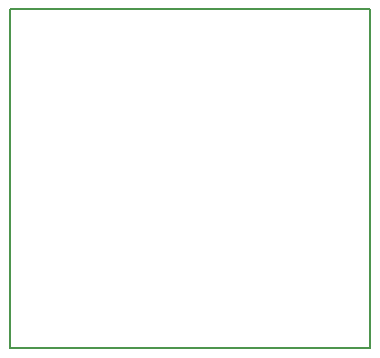
<source format=gbr>
G04 start of page 4 for group 2 idx 2 *
G04 Title: (unknown), outline *
G04 Creator: pcb 20110918 *
G04 CreationDate: Fri 07 Mar 2014 04:06:25 AM GMT UTC *
G04 For: julien *
G04 Format: Gerber/RS-274X *
G04 PCB-Dimensions: 120000 113000 *
G04 PCB-Coordinate-Origin: lower left *
%MOIN*%
%FSLAX25Y25*%
%LNOUTLINE*%
%ADD102C,0.0070*%
G54D102*X0Y113000D02*Y0D01*
Y113000D02*X120000D01*
X0Y0D02*X120000D01*
Y113000D02*Y0D01*
M02*

</source>
